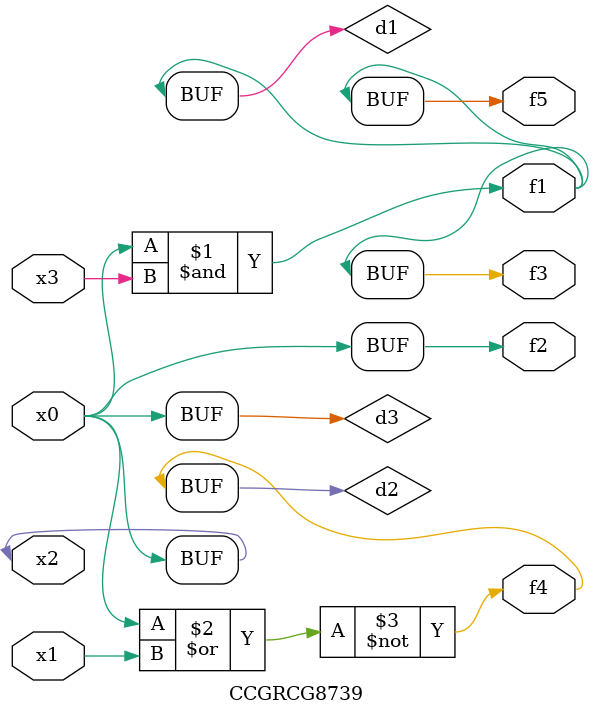
<source format=v>
module CCGRCG8739(
	input x0, x1, x2, x3,
	output f1, f2, f3, f4, f5
);

	wire d1, d2, d3;

	and (d1, x2, x3);
	nor (d2, x0, x1);
	buf (d3, x0, x2);
	assign f1 = d1;
	assign f2 = d3;
	assign f3 = d1;
	assign f4 = d2;
	assign f5 = d1;
endmodule

</source>
